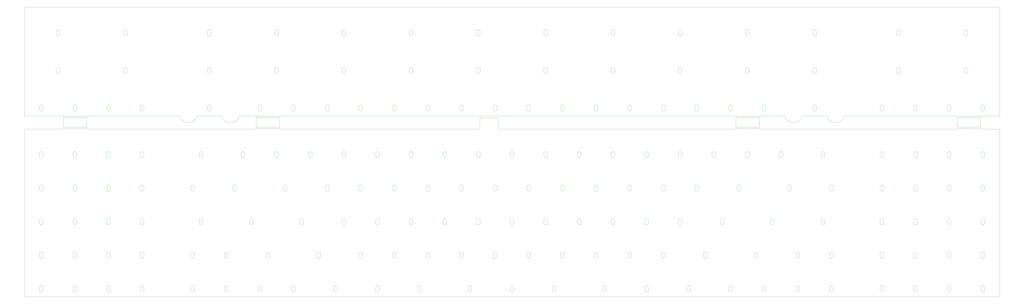
<source format=gbr>
%TF.GenerationSoftware,KiCad,Pcbnew,8.0.5-8.0.5-0~ubuntu20.04.1*%
%TF.CreationDate,2024-11-01T17:59:14+00:00*%
%TF.ProjectId,Hyper7-Evo,48797065-7237-42d4-9576-6f2e6b696361,rev?*%
%TF.SameCoordinates,Original*%
%TF.FileFunction,Profile,NP*%
%FSLAX46Y46*%
G04 Gerber Fmt 4.6, Leading zero omitted, Abs format (unit mm)*
G04 Created by KiCad (PCBNEW 8.0.5-8.0.5-0~ubuntu20.04.1) date 2024-11-01 17:59:14*
%MOMM*%
%LPD*%
G01*
G04 APERTURE LIST*
%TA.AperFunction,Profile*%
%ADD10C,0.050000*%
%TD*%
%TA.AperFunction,Profile*%
%ADD11C,0.076200*%
%TD*%
G04 APERTURE END LIST*
D10*
X574800000Y-117600000D02*
G75*
G02*
X573600000Y-117600000I-600000J0D01*
G01*
X573600000Y-117600000D02*
G75*
G02*
X574800000Y-117600000I600000J0D01*
G01*
X449400000Y-111400000D02*
G75*
G02*
X448200000Y-111400000I-600000J0D01*
G01*
X448200000Y-111400000D02*
G75*
G02*
X449400000Y-111400000I600000J0D01*
G01*
X439800000Y-110750000D02*
X439800000Y-118250000D01*
X169600000Y-111400000D02*
G75*
G02*
X168400000Y-111400000I-600000J0D01*
G01*
X168400000Y-111400000D02*
G75*
G02*
X169600000Y-111400000I600000J0D01*
G01*
X174400000Y-117600000D02*
G75*
G02*
X173200000Y-117600000I-600000J0D01*
G01*
X173200000Y-117600000D02*
G75*
G02*
X174400000Y-117600000I600000J0D01*
G01*
X294800000Y-111800000D02*
X305000000Y-111800000D01*
X441400000Y-111400000D02*
G75*
G02*
X440200000Y-111400000I-600000J0D01*
G01*
X440200000Y-111400000D02*
G75*
G02*
X441400000Y-111400000I600000J0D01*
G01*
X452600000Y-111400000D02*
G75*
G02*
X451400000Y-111400000I-600000J0D01*
G01*
X451400000Y-111400000D02*
G75*
G02*
X452600000Y-111400000I600000J0D01*
G01*
X451000000Y-117600000D02*
G75*
G02*
X449800000Y-117600000I-600000J0D01*
G01*
X449800000Y-117600000D02*
G75*
G02*
X451000000Y-117600000I600000J0D01*
G01*
X294800000Y-111800000D02*
X294800000Y-118250000D01*
X453000000Y-118250000D02*
X453000000Y-110750000D01*
X60400000Y-117600000D02*
G75*
G02*
X59200000Y-117600000I-600000J0D01*
G01*
X59200000Y-117600000D02*
G75*
G02*
X60400000Y-117600000I600000J0D01*
G01*
X168000000Y-118250000D02*
X72000000Y-118250000D01*
X171200000Y-117600000D02*
G75*
G02*
X170000000Y-117600000I-600000J0D01*
G01*
X170000000Y-117600000D02*
G75*
G02*
X171200000Y-117600000I600000J0D01*
G01*
X180800000Y-117600000D02*
G75*
G02*
X179600000Y-117600000I-600000J0D01*
G01*
X179600000Y-117600000D02*
G75*
G02*
X180800000Y-117600000I600000J0D01*
G01*
X570000000Y-111400000D02*
G75*
G02*
X568800000Y-111400000I-600000J0D01*
G01*
X568800000Y-111400000D02*
G75*
G02*
X570000000Y-111400000I600000J0D01*
G01*
X174400000Y-111400000D02*
G75*
G02*
X173200000Y-111400000I-600000J0D01*
G01*
X173200000Y-111400000D02*
G75*
G02*
X174400000Y-111400000I600000J0D01*
G01*
X70000000Y-111400000D02*
G75*
G02*
X68800000Y-111400000I-600000J0D01*
G01*
X68800000Y-111400000D02*
G75*
G02*
X70000000Y-111400000I600000J0D01*
G01*
X134500000Y-110750000D02*
X148500000Y-110750000D01*
X62000000Y-111400000D02*
G75*
G02*
X60800000Y-111400000I-600000J0D01*
G01*
X60800000Y-111400000D02*
G75*
G02*
X62000000Y-111400000I600000J0D01*
G01*
X169600000Y-117600000D02*
G75*
G02*
X168400000Y-117600000I-600000J0D01*
G01*
X168400000Y-117600000D02*
G75*
G02*
X169600000Y-117600000I600000J0D01*
G01*
X578400000Y-110750000D02*
X589250000Y-110750000D01*
X570000000Y-117600000D02*
G75*
G02*
X568800000Y-117600000I-600000J0D01*
G01*
X568800000Y-117600000D02*
G75*
G02*
X570000000Y-117600000I600000J0D01*
G01*
X71600000Y-117600000D02*
G75*
G02*
X70400000Y-117600000I-600000J0D01*
G01*
X70400000Y-117600000D02*
G75*
G02*
X71600000Y-117600000I600000J0D01*
G01*
X565200000Y-118250000D02*
X453000000Y-118250000D01*
X72000000Y-110750000D02*
X124500000Y-110750000D01*
X172800000Y-117600000D02*
G75*
G02*
X171600000Y-117600000I-600000J0D01*
G01*
X171600000Y-117600000D02*
G75*
G02*
X172800000Y-117600000I600000J0D01*
G01*
X58800000Y-118250000D02*
X36750000Y-118250000D01*
X181200000Y-118250000D02*
X181200000Y-110750000D01*
X446200000Y-111400000D02*
G75*
G02*
X445000000Y-111400000I-600000J0D01*
G01*
X445000000Y-111400000D02*
G75*
G02*
X446200000Y-111400000I600000J0D01*
G01*
X451000000Y-111400000D02*
G75*
G02*
X449800000Y-111400000I-600000J0D01*
G01*
X449800000Y-111400000D02*
G75*
G02*
X451000000Y-111400000I600000J0D01*
G01*
X573200000Y-111400000D02*
G75*
G02*
X572000000Y-111400000I-600000J0D01*
G01*
X572000000Y-111400000D02*
G75*
G02*
X573200000Y-111400000I600000J0D01*
G01*
X66800000Y-117600000D02*
G75*
G02*
X65600000Y-117600000I-600000J0D01*
G01*
X65600000Y-117600000D02*
G75*
G02*
X66800000Y-117600000I600000J0D01*
G01*
X62000000Y-117600000D02*
G75*
G02*
X60800000Y-117600000I-600000J0D01*
G01*
X60800000Y-117600000D02*
G75*
G02*
X62000000Y-117600000I600000J0D01*
G01*
X66800000Y-111400000D02*
G75*
G02*
X65600000Y-111400000I-600000J0D01*
G01*
X65600000Y-111400000D02*
G75*
G02*
X66800000Y-111400000I600000J0D01*
G01*
X578000000Y-111400000D02*
G75*
G02*
X576800000Y-111400000I-600000J0D01*
G01*
X576800000Y-111400000D02*
G75*
G02*
X578000000Y-111400000I600000J0D01*
G01*
X179200000Y-111400000D02*
G75*
G02*
X178000000Y-111400000I-600000J0D01*
G01*
X178000000Y-111400000D02*
G75*
G02*
X179200000Y-111400000I600000J0D01*
G01*
X574800000Y-111400000D02*
G75*
G02*
X573600000Y-111400000I-600000J0D01*
G01*
X573600000Y-111400000D02*
G75*
G02*
X574800000Y-111400000I600000J0D01*
G01*
X180800000Y-111400000D02*
G75*
G02*
X179600000Y-111400000I-600000J0D01*
G01*
X179600000Y-111400000D02*
G75*
G02*
X180800000Y-111400000I600000J0D01*
G01*
X172800000Y-111400000D02*
G75*
G02*
X171600000Y-111400000I-600000J0D01*
G01*
X171600000Y-111400000D02*
G75*
G02*
X172800000Y-111400000I600000J0D01*
G01*
X441400000Y-117600000D02*
G75*
G02*
X440200000Y-117600000I-600000J0D01*
G01*
X440200000Y-117600000D02*
G75*
G02*
X441400000Y-117600000I600000J0D01*
G01*
X179200000Y-117600000D02*
G75*
G02*
X178000000Y-117600000I-600000J0D01*
G01*
X178000000Y-117600000D02*
G75*
G02*
X179200000Y-117600000I600000J0D01*
G01*
X449400000Y-117600000D02*
G75*
G02*
X448200000Y-117600000I-600000J0D01*
G01*
X448200000Y-117600000D02*
G75*
G02*
X449400000Y-117600000I600000J0D01*
G01*
X568400000Y-117600000D02*
G75*
G02*
X567200000Y-117600000I-600000J0D01*
G01*
X567200000Y-117600000D02*
G75*
G02*
X568400000Y-117600000I600000J0D01*
G01*
X452600000Y-117600000D02*
G75*
G02*
X451400000Y-117600000I-600000J0D01*
G01*
X451400000Y-117600000D02*
G75*
G02*
X452600000Y-117600000I600000J0D01*
G01*
X566800000Y-117600000D02*
G75*
G02*
X565600000Y-117600000I-600000J0D01*
G01*
X565600000Y-117600000D02*
G75*
G02*
X566800000Y-117600000I600000J0D01*
G01*
X171200000Y-111400000D02*
G75*
G02*
X170000000Y-111400000I-600000J0D01*
G01*
X170000000Y-111400000D02*
G75*
G02*
X171200000Y-111400000I600000J0D01*
G01*
X447800000Y-111400000D02*
G75*
G02*
X446600000Y-111400000I-600000J0D01*
G01*
X446600000Y-111400000D02*
G75*
G02*
X447800000Y-111400000I600000J0D01*
G01*
X571600000Y-111400000D02*
G75*
G02*
X570400000Y-111400000I-600000J0D01*
G01*
X570400000Y-111400000D02*
G75*
G02*
X571600000Y-111400000I600000J0D01*
G01*
X439800000Y-118250000D02*
X305000000Y-118250000D01*
X158500000Y-110750000D02*
X168000000Y-110750000D01*
X501250000Y-110750000D02*
X565200000Y-110750000D01*
X589250000Y-118250000D02*
X578400000Y-118250000D01*
X576400000Y-111400000D02*
G75*
G02*
X575200000Y-111400000I-600000J0D01*
G01*
X575200000Y-111400000D02*
G75*
G02*
X576400000Y-111400000I600000J0D01*
G01*
X36750000Y-110750000D02*
X36750000Y-49000000D01*
X443000000Y-111400000D02*
G75*
G02*
X441800000Y-111400000I-600000J0D01*
G01*
X441800000Y-111400000D02*
G75*
G02*
X443000000Y-111400000I600000J0D01*
G01*
X305000000Y-111800000D02*
X305000000Y-118250000D01*
X453000000Y-110750000D02*
X467500000Y-110750000D01*
X68400000Y-111400000D02*
G75*
G02*
X67200000Y-111400000I-600000J0D01*
G01*
X67200000Y-111400000D02*
G75*
G02*
X68400000Y-111400000I600000J0D01*
G01*
X589250000Y-110750000D02*
X589250000Y-49000000D01*
X177600000Y-111400000D02*
G75*
G02*
X176400000Y-111400000I-600000J0D01*
G01*
X176400000Y-111400000D02*
G75*
G02*
X177600000Y-111400000I600000J0D01*
G01*
X63600000Y-117600000D02*
G75*
G02*
X62400000Y-117600000I-600000J0D01*
G01*
X62400000Y-117600000D02*
G75*
G02*
X63600000Y-117600000I600000J0D01*
G01*
X177600000Y-117600000D02*
G75*
G02*
X176400000Y-117600000I-600000J0D01*
G01*
X176400000Y-117600000D02*
G75*
G02*
X177600000Y-117600000I600000J0D01*
G01*
X168000000Y-110750000D02*
X168000000Y-118250000D01*
X568400000Y-111400000D02*
G75*
G02*
X567200000Y-111400000I-600000J0D01*
G01*
X567200000Y-111400000D02*
G75*
G02*
X568400000Y-111400000I600000J0D01*
G01*
X63600000Y-111400000D02*
G75*
G02*
X62400000Y-111400000I-600000J0D01*
G01*
X62400000Y-111400000D02*
G75*
G02*
X63600000Y-111400000I600000J0D01*
G01*
X72000000Y-118250000D02*
X72000000Y-110750000D01*
X578000000Y-117600000D02*
G75*
G02*
X576800000Y-117600000I-600000J0D01*
G01*
X576800000Y-117600000D02*
G75*
G02*
X578000000Y-117600000I600000J0D01*
G01*
X36750000Y-213500000D02*
X589250000Y-213500000D01*
X571600000Y-117600000D02*
G75*
G02*
X570400000Y-117600000I-600000J0D01*
G01*
X570400000Y-117600000D02*
G75*
G02*
X571600000Y-117600000I600000J0D01*
G01*
X58800000Y-110750000D02*
X58800000Y-118250000D01*
X68400000Y-117600000D02*
G75*
G02*
X67200000Y-117600000I-600000J0D01*
G01*
X67200000Y-117600000D02*
G75*
G02*
X68400000Y-117600000I600000J0D01*
G01*
X578400000Y-118250000D02*
X578400000Y-110750000D01*
X443000000Y-117600000D02*
G75*
G02*
X441800000Y-117600000I-600000J0D01*
G01*
X441800000Y-117600000D02*
G75*
G02*
X443000000Y-117600000I600000J0D01*
G01*
X477500000Y-110750000D02*
G75*
G02*
X467500000Y-110750000I-5000000J1250000D01*
G01*
X446200000Y-117600000D02*
G75*
G02*
X445000000Y-117600000I-600000J0D01*
G01*
X445000000Y-117600000D02*
G75*
G02*
X446200000Y-117600000I600000J0D01*
G01*
X447800000Y-117600000D02*
G75*
G02*
X446600000Y-117600000I-600000J0D01*
G01*
X446600000Y-117600000D02*
G75*
G02*
X447800000Y-117600000I600000J0D01*
G01*
X477500000Y-110750000D02*
X491250000Y-110750000D01*
X70000000Y-117600000D02*
G75*
G02*
X68800000Y-117600000I-600000J0D01*
G01*
X68800000Y-117600000D02*
G75*
G02*
X70000000Y-117600000I600000J0D01*
G01*
X589250000Y-213500000D02*
X589250000Y-118250000D01*
X573200000Y-117600000D02*
G75*
G02*
X572000000Y-117600000I-600000J0D01*
G01*
X572000000Y-117600000D02*
G75*
G02*
X573200000Y-117600000I600000J0D01*
G01*
X565200000Y-110750000D02*
X565200000Y-118250000D01*
X576400000Y-117600000D02*
G75*
G02*
X575200000Y-117600000I-600000J0D01*
G01*
X575200000Y-117600000D02*
G75*
G02*
X576400000Y-117600000I600000J0D01*
G01*
X36750000Y-118250000D02*
X36750000Y-213500000D01*
X566800000Y-111400000D02*
G75*
G02*
X565600000Y-111400000I-600000J0D01*
G01*
X565600000Y-111400000D02*
G75*
G02*
X566800000Y-111400000I600000J0D01*
G01*
X294800000Y-118250000D02*
X181200000Y-118250000D01*
X65200000Y-111400000D02*
G75*
G02*
X64000000Y-111400000I-600000J0D01*
G01*
X64000000Y-111400000D02*
G75*
G02*
X65200000Y-111400000I600000J0D01*
G01*
X60400000Y-111400000D02*
G75*
G02*
X59200000Y-111400000I-600000J0D01*
G01*
X59200000Y-111400000D02*
G75*
G02*
X60400000Y-111400000I600000J0D01*
G01*
X176000000Y-111400000D02*
G75*
G02*
X174800000Y-111400000I-600000J0D01*
G01*
X174800000Y-111400000D02*
G75*
G02*
X176000000Y-111400000I600000J0D01*
G01*
X36750000Y-110750000D02*
X58800000Y-110750000D01*
X589250000Y-49000000D02*
X36750000Y-49000000D01*
X134500000Y-110750000D02*
G75*
G02*
X124500000Y-110750000I-5000000J1250000D01*
G01*
X65200000Y-117600000D02*
G75*
G02*
X64000000Y-117600000I-600000J0D01*
G01*
X64000000Y-117600000D02*
G75*
G02*
X65200000Y-117600000I600000J0D01*
G01*
X176000000Y-117600000D02*
G75*
G02*
X174800000Y-117600000I-600000J0D01*
G01*
X174800000Y-117600000D02*
G75*
G02*
X176000000Y-117600000I600000J0D01*
G01*
X501250000Y-110750000D02*
G75*
G02*
X491250000Y-110750000I-5000000J1250000D01*
G01*
X71600000Y-111400000D02*
G75*
G02*
X70400000Y-111400000I-600000J0D01*
G01*
X70400000Y-111400000D02*
G75*
G02*
X71600000Y-111400000I600000J0D01*
G01*
X158500000Y-110750000D02*
G75*
G02*
X148500000Y-110750000I-5000000J1250000D01*
G01*
X181200000Y-110750000D02*
X439800000Y-110750000D01*
X444600000Y-117600000D02*
G75*
G02*
X443400000Y-117600000I-600000J0D01*
G01*
X443400000Y-117600000D02*
G75*
G02*
X444600000Y-117600000I600000J0D01*
G01*
X444600000Y-111400000D02*
G75*
G02*
X443400000Y-111400000I-600000J0D01*
G01*
X443400000Y-111400000D02*
G75*
G02*
X444600000Y-111400000I600000J0D01*
G01*
D11*
%TO.C,LED27*%
X531009000Y-84178000D02*
X531009000Y-85702000D01*
X533041000Y-84178000D02*
X533041000Y-85702000D01*
X531009000Y-84178000D02*
G75*
G02*
X533041000Y-84178000I1016000J0D01*
G01*
X533041000Y-85702000D02*
G75*
G02*
X531009000Y-85702000I-1016000J0D01*
G01*
%TO.C,LED166*%
X188109000Y-208238000D02*
X188109000Y-209762000D01*
X190141000Y-208238000D02*
X190141000Y-209762000D01*
X188109000Y-208238000D02*
G75*
G02*
X190141000Y-208238000I1016000J0D01*
G01*
X190141000Y-209762000D02*
G75*
G02*
X188109000Y-209762000I-1016000J0D01*
G01*
%TO.C,LED86*%
X130959000Y-151088000D02*
X130959000Y-152612000D01*
X132991000Y-151088000D02*
X132991000Y-152612000D01*
X130959000Y-151088000D02*
G75*
G02*
X132991000Y-151088000I1016000J0D01*
G01*
X132991000Y-152612000D02*
G75*
G02*
X130959000Y-152612000I-1016000J0D01*
G01*
%TO.C,LED57*%
X83334000Y-132038000D02*
X83334000Y-133562000D01*
X85366000Y-132038000D02*
X85366000Y-133562000D01*
X83334000Y-132038000D02*
G75*
G02*
X85366000Y-132038000I1016000J0D01*
G01*
X85366000Y-133562000D02*
G75*
G02*
X83334000Y-133562000I-1016000J0D01*
G01*
%TO.C,LED182*%
X559584000Y-208238000D02*
X559584000Y-209762000D01*
X561616000Y-208238000D02*
X561616000Y-209762000D01*
X559584000Y-208238000D02*
G75*
G02*
X561616000Y-208238000I1016000J0D01*
G01*
X561616000Y-209762000D02*
G75*
G02*
X559584000Y-209762000I-1016000J0D01*
G01*
%TO.C,LED120*%
X311934000Y-170138000D02*
X311934000Y-171662000D01*
X313966000Y-170138000D02*
X313966000Y-171662000D01*
X311934000Y-170138000D02*
G75*
G02*
X313966000Y-170138000I1016000J0D01*
G01*
X313966000Y-171662000D02*
G75*
G02*
X311934000Y-171662000I-1016000J0D01*
G01*
%TO.C,LED140*%
X202396500Y-189188000D02*
X202396500Y-190712000D01*
X204428500Y-189188000D02*
X204428500Y-190712000D01*
X202396500Y-189188000D02*
G75*
G02*
X204428500Y-189188000I1016000J0D01*
G01*
X204428500Y-190712000D02*
G75*
G02*
X202396500Y-190712000I-1016000J0D01*
G01*
%TO.C,LED114*%
X192871500Y-170138000D02*
X192871500Y-171662000D01*
X194903500Y-170138000D02*
X194903500Y-171662000D01*
X192871500Y-170138000D02*
G75*
G02*
X194903500Y-170138000I1016000J0D01*
G01*
X194903500Y-171662000D02*
G75*
G02*
X192871500Y-171662000I-1016000J0D01*
G01*
%TO.C,LED65*%
X254784000Y-132038000D02*
X254784000Y-133562000D01*
X256816000Y-132038000D02*
X256816000Y-133562000D01*
X254784000Y-132038000D02*
G75*
G02*
X256816000Y-132038000I1016000J0D01*
G01*
X256816000Y-133562000D02*
G75*
G02*
X254784000Y-133562000I-1016000J0D01*
G01*
%TO.C,LED132*%
X578634000Y-170138000D02*
X578634000Y-171662000D01*
X580666000Y-170138000D02*
X580666000Y-171662000D01*
X578634000Y-170138000D02*
G75*
G02*
X580666000Y-170138000I1016000J0D01*
G01*
X580666000Y-171662000D02*
G75*
G02*
X578634000Y-171662000I-1016000J0D01*
G01*
%TO.C,LED55*%
X45234000Y-132038000D02*
X45234000Y-133562000D01*
X47266000Y-132038000D02*
X47266000Y-133562000D01*
X45234000Y-132038000D02*
G75*
G02*
X47266000Y-132038000I1016000J0D01*
G01*
X47266000Y-133562000D02*
G75*
G02*
X45234000Y-133562000I-1016000J0D01*
G01*
%TO.C,LED36*%
X207159000Y-105518000D02*
X207159000Y-107042000D01*
X209191000Y-105518000D02*
X209191000Y-107042000D01*
X207159000Y-105518000D02*
G75*
G02*
X209191000Y-105518000I1016000J0D01*
G01*
X209191000Y-107042000D02*
G75*
G02*
X207159000Y-107042000I-1016000J0D01*
G01*
%TO.C,LED59*%
X135721500Y-132038000D02*
X135721500Y-133562000D01*
X137753500Y-132038000D02*
X137753500Y-133562000D01*
X135721500Y-132038000D02*
G75*
G02*
X137753500Y-132038000I1016000J0D01*
G01*
X137753500Y-133562000D02*
G75*
G02*
X135721500Y-133562000I-1016000J0D01*
G01*
%TO.C,LED168*%
X235734000Y-208238000D02*
X235734000Y-209762000D01*
X237766000Y-208238000D02*
X237766000Y-209762000D01*
X235734000Y-208238000D02*
G75*
G02*
X237766000Y-208238000I1016000J0D01*
G01*
X237766000Y-209762000D02*
G75*
G02*
X235734000Y-209762000I-1016000J0D01*
G01*
%TO.C,LED158*%
X578634000Y-189188000D02*
X578634000Y-190712000D01*
X580666000Y-189188000D02*
X580666000Y-190712000D01*
X578634000Y-189188000D02*
G75*
G02*
X580666000Y-189188000I1016000J0D01*
G01*
X580666000Y-190712000D02*
G75*
G02*
X578634000Y-190712000I-1016000J0D01*
G01*
%TO.C,LED32*%
X102384000Y-105518000D02*
X102384000Y-107042000D01*
X104416000Y-105518000D02*
X104416000Y-107042000D01*
X102384000Y-105518000D02*
G75*
G02*
X104416000Y-105518000I1016000J0D01*
G01*
X104416000Y-107042000D02*
G75*
G02*
X102384000Y-107042000I-1016000J0D01*
G01*
%TO.C,LED92*%
X264309000Y-151088000D02*
X264309000Y-152612000D01*
X266341000Y-151088000D02*
X266341000Y-152612000D01*
X264309000Y-151088000D02*
G75*
G02*
X266341000Y-151088000I1016000J0D01*
G01*
X266341000Y-152612000D02*
G75*
G02*
X264309000Y-152612000I-1016000J0D01*
G01*
%TO.C,LED111*%
X102384000Y-170138000D02*
X102384000Y-171662000D01*
X104416000Y-170138000D02*
X104416000Y-171662000D01*
X102384000Y-170138000D02*
G75*
G02*
X104416000Y-170138000I1016000J0D01*
G01*
X104416000Y-171662000D02*
G75*
G02*
X102384000Y-171662000I-1016000J0D01*
G01*
%TO.C,LED110*%
X83334000Y-170138000D02*
X83334000Y-171662000D01*
X85366000Y-170138000D02*
X85366000Y-171662000D01*
X83334000Y-170138000D02*
G75*
G02*
X85366000Y-170138000I1016000J0D01*
G01*
X85366000Y-171662000D02*
G75*
G02*
X83334000Y-171662000I-1016000J0D01*
G01*
%TO.C,LED89*%
X207159000Y-151088000D02*
X207159000Y-152612000D01*
X209191000Y-151088000D02*
X209191000Y-152612000D01*
X207159000Y-151088000D02*
G75*
G02*
X209191000Y-151088000I1016000J0D01*
G01*
X209191000Y-152612000D02*
G75*
G02*
X207159000Y-152612000I-1016000J0D01*
G01*
%TO.C,LED7*%
X292884000Y-62838000D02*
X292884000Y-64362000D01*
X294916000Y-62838000D02*
X294916000Y-64362000D01*
X292884000Y-62838000D02*
G75*
G02*
X294916000Y-62838000I1016000J0D01*
G01*
X294916000Y-64362000D02*
G75*
G02*
X292884000Y-64362000I-1016000J0D01*
G01*
%TO.C,LED153*%
X473859000Y-189188000D02*
X473859000Y-190712000D01*
X475891000Y-189188000D02*
X475891000Y-190712000D01*
X473859000Y-189188000D02*
G75*
G02*
X475891000Y-189188000I1016000J0D01*
G01*
X475891000Y-190712000D02*
G75*
G02*
X473859000Y-190712000I-1016000J0D01*
G01*
%TO.C,LED67*%
X292884000Y-132038000D02*
X292884000Y-133562000D01*
X294916000Y-132038000D02*
X294916000Y-133562000D01*
X292884000Y-132038000D02*
G75*
G02*
X294916000Y-132038000I1016000J0D01*
G01*
X294916000Y-133562000D02*
G75*
G02*
X292884000Y-133562000I-1016000J0D01*
G01*
%TO.C,LED101*%
X440521500Y-151088000D02*
X440521500Y-152612000D01*
X442553500Y-151088000D02*
X442553500Y-152612000D01*
X440521500Y-151088000D02*
G75*
G02*
X442553500Y-151088000I1016000J0D01*
G01*
X442553500Y-152612000D02*
G75*
G02*
X440521500Y-152612000I-1016000J0D01*
G01*
%TO.C,LED35*%
X188109000Y-105518000D02*
X188109000Y-107042000D01*
X190141000Y-105518000D02*
X190141000Y-107042000D01*
X188109000Y-105518000D02*
G75*
G02*
X190141000Y-105518000I1016000J0D01*
G01*
X190141000Y-107042000D02*
G75*
G02*
X188109000Y-107042000I-1016000J0D01*
G01*
%TO.C,LED70*%
X350034000Y-132038000D02*
X350034000Y-133562000D01*
X352066000Y-132038000D02*
X352066000Y-133562000D01*
X350034000Y-132038000D02*
G75*
G02*
X352066000Y-132038000I1016000J0D01*
G01*
X352066000Y-133562000D02*
G75*
G02*
X350034000Y-133562000I-1016000J0D01*
G01*
%TO.C,LED161*%
X83334000Y-208238000D02*
X83334000Y-209762000D01*
X85366000Y-208238000D02*
X85366000Y-209762000D01*
X83334000Y-208238000D02*
G75*
G02*
X85366000Y-208238000I1016000J0D01*
G01*
X85366000Y-209762000D02*
G75*
G02*
X83334000Y-209762000I-1016000J0D01*
G01*
%TO.C,LED28*%
X569109000Y-84178000D02*
X569109000Y-85702000D01*
X571141000Y-84178000D02*
X571141000Y-85702000D01*
X569109000Y-84178000D02*
G75*
G02*
X571141000Y-84178000I1016000J0D01*
G01*
X571141000Y-85702000D02*
G75*
G02*
X569109000Y-85702000I-1016000J0D01*
G01*
%TO.C,LED11*%
X445284000Y-62838000D02*
X445284000Y-64362000D01*
X447316000Y-62838000D02*
X447316000Y-64362000D01*
X445284000Y-62838000D02*
G75*
G02*
X447316000Y-62838000I1016000J0D01*
G01*
X447316000Y-64362000D02*
G75*
G02*
X445284000Y-64362000I-1016000J0D01*
G01*
%TO.C,LED96*%
X340509000Y-151088000D02*
X340509000Y-152612000D01*
X342541000Y-151088000D02*
X342541000Y-152612000D01*
X340509000Y-151088000D02*
G75*
G02*
X342541000Y-151088000I1016000J0D01*
G01*
X342541000Y-152612000D02*
G75*
G02*
X340509000Y-152612000I-1016000J0D01*
G01*
%TO.C,LED135*%
X83334000Y-189188000D02*
X83334000Y-190712000D01*
X85366000Y-189188000D02*
X85366000Y-190712000D01*
X83334000Y-189188000D02*
G75*
G02*
X85366000Y-189188000I1016000J0D01*
G01*
X85366000Y-190712000D02*
G75*
G02*
X83334000Y-190712000I-1016000J0D01*
G01*
%TO.C,LED54*%
X578634000Y-105518000D02*
X578634000Y-107042000D01*
X580666000Y-105518000D02*
X580666000Y-107042000D01*
X578634000Y-105518000D02*
G75*
G02*
X580666000Y-105518000I1016000J0D01*
G01*
X580666000Y-107042000D02*
G75*
G02*
X578634000Y-107042000I-1016000J0D01*
G01*
%TO.C,LED102*%
X469096500Y-151088000D02*
X469096500Y-152612000D01*
X471128500Y-151088000D02*
X471128500Y-152612000D01*
X469096500Y-151088000D02*
G75*
G02*
X471128500Y-151088000I1016000J0D01*
G01*
X471128500Y-152612000D02*
G75*
G02*
X469096500Y-152612000I-1016000J0D01*
G01*
%TO.C,LED24*%
X407184000Y-84178000D02*
X407184000Y-85702000D01*
X409216000Y-84178000D02*
X409216000Y-85702000D01*
X407184000Y-84178000D02*
G75*
G02*
X409216000Y-84178000I1016000J0D01*
G01*
X409216000Y-85702000D02*
G75*
G02*
X407184000Y-85702000I-1016000J0D01*
G01*
%TO.C,LED66*%
X273834000Y-132038000D02*
X273834000Y-133562000D01*
X275866000Y-132038000D02*
X275866000Y-133562000D01*
X273834000Y-132038000D02*
G75*
G02*
X275866000Y-132038000I1016000J0D01*
G01*
X275866000Y-133562000D02*
G75*
G02*
X273834000Y-133562000I-1016000J0D01*
G01*
%TO.C,LED94*%
X302409000Y-151088000D02*
X302409000Y-152612000D01*
X304441000Y-151088000D02*
X304441000Y-152612000D01*
X302409000Y-151088000D02*
G75*
G02*
X304441000Y-151088000I1016000J0D01*
G01*
X304441000Y-152612000D02*
G75*
G02*
X302409000Y-152612000I-1016000J0D01*
G01*
%TO.C,LED31*%
X83334000Y-105518000D02*
X83334000Y-107042000D01*
X85366000Y-105518000D02*
X85366000Y-107042000D01*
X83334000Y-105518000D02*
G75*
G02*
X85366000Y-105518000I1016000J0D01*
G01*
X85366000Y-107042000D02*
G75*
G02*
X83334000Y-107042000I-1016000J0D01*
G01*
%TO.C,LED162*%
X102384000Y-208238000D02*
X102384000Y-209762000D01*
X104416000Y-208238000D02*
X104416000Y-209762000D01*
X102384000Y-208238000D02*
G75*
G02*
X104416000Y-208238000I1016000J0D01*
G01*
X104416000Y-209762000D02*
G75*
G02*
X102384000Y-209762000I-1016000J0D01*
G01*
%TO.C,LED175*%
X411946500Y-208238000D02*
X411946500Y-209762000D01*
X413978500Y-208238000D02*
X413978500Y-209762000D01*
X411946500Y-208238000D02*
G75*
G02*
X413978500Y-208238000I1016000J0D01*
G01*
X413978500Y-209762000D02*
G75*
G02*
X411946500Y-209762000I-1016000J0D01*
G01*
%TO.C,LED174*%
X388134000Y-208238000D02*
X388134000Y-209762000D01*
X390166000Y-208238000D02*
X390166000Y-209762000D01*
X388134000Y-208238000D02*
G75*
G02*
X390166000Y-208238000I1016000J0D01*
G01*
X390166000Y-209762000D02*
G75*
G02*
X388134000Y-209762000I-1016000J0D01*
G01*
%TO.C,LED136*%
X102384000Y-189188000D02*
X102384000Y-190712000D01*
X104416000Y-189188000D02*
X104416000Y-190712000D01*
X102384000Y-189188000D02*
G75*
G02*
X104416000Y-189188000I1016000J0D01*
G01*
X104416000Y-190712000D02*
G75*
G02*
X102384000Y-190712000I-1016000J0D01*
G01*
%TO.C,LED3*%
X140484000Y-62838000D02*
X140484000Y-64362000D01*
X142516000Y-62838000D02*
X142516000Y-64362000D01*
X140484000Y-62838000D02*
G75*
G02*
X142516000Y-62838000I1016000J0D01*
G01*
X142516000Y-64362000D02*
G75*
G02*
X140484000Y-64362000I-1016000J0D01*
G01*
%TO.C,LED179*%
X492909000Y-208238000D02*
X492909000Y-209762000D01*
X494941000Y-208238000D02*
X494941000Y-209762000D01*
X492909000Y-208238000D02*
G75*
G02*
X494941000Y-208238000I1016000J0D01*
G01*
X494941000Y-209762000D02*
G75*
G02*
X492909000Y-209762000I-1016000J0D01*
G01*
%TO.C,LED164*%
X150009000Y-208238000D02*
X150009000Y-209762000D01*
X152041000Y-208238000D02*
X152041000Y-209762000D01*
X150009000Y-208238000D02*
G75*
G02*
X152041000Y-208238000I1016000J0D01*
G01*
X152041000Y-209762000D02*
G75*
G02*
X150009000Y-209762000I-1016000J0D01*
G01*
%TO.C,LED151*%
X421471500Y-189188000D02*
X421471500Y-190712000D01*
X423503500Y-189188000D02*
X423503500Y-190712000D01*
X421471500Y-189188000D02*
G75*
G02*
X423503500Y-189188000I1016000J0D01*
G01*
X423503500Y-190712000D02*
G75*
G02*
X421471500Y-190712000I-1016000J0D01*
G01*
%TO.C,LED63*%
X216684000Y-132038000D02*
X216684000Y-133562000D01*
X218716000Y-132038000D02*
X218716000Y-133562000D01*
X216684000Y-132038000D02*
G75*
G02*
X218716000Y-132038000I1016000J0D01*
G01*
X218716000Y-133562000D02*
G75*
G02*
X216684000Y-133562000I-1016000J0D01*
G01*
%TO.C,LED137*%
X130959000Y-189188000D02*
X130959000Y-190712000D01*
X132991000Y-189188000D02*
X132991000Y-190712000D01*
X130959000Y-189188000D02*
G75*
G02*
X132991000Y-189188000I1016000J0D01*
G01*
X132991000Y-190712000D02*
G75*
G02*
X130959000Y-190712000I-1016000J0D01*
G01*
%TO.C,LED97*%
X359559000Y-151088000D02*
X359559000Y-152612000D01*
X361591000Y-151088000D02*
X361591000Y-152612000D01*
X359559000Y-151088000D02*
G75*
G02*
X361591000Y-151088000I1016000J0D01*
G01*
X361591000Y-152612000D02*
G75*
G02*
X359559000Y-152612000I-1016000J0D01*
G01*
%TO.C,LED88*%
X183346500Y-151088000D02*
X183346500Y-152612000D01*
X185378500Y-151088000D02*
X185378500Y-152612000D01*
X183346500Y-151088000D02*
G75*
G02*
X185378500Y-151088000I1016000J0D01*
G01*
X185378500Y-152612000D02*
G75*
G02*
X183346500Y-152612000I-1016000J0D01*
G01*
%TO.C,LED56*%
X64284000Y-132038000D02*
X64284000Y-133562000D01*
X66316000Y-132038000D02*
X66316000Y-133562000D01*
X64284000Y-132038000D02*
G75*
G02*
X66316000Y-132038000I1016000J0D01*
G01*
X66316000Y-133562000D02*
G75*
G02*
X64284000Y-133562000I-1016000J0D01*
G01*
%TO.C,LED39*%
X264309000Y-105518000D02*
X264309000Y-107042000D01*
X266341000Y-105518000D02*
X266341000Y-107042000D01*
X264309000Y-105518000D02*
G75*
G02*
X266341000Y-105518000I1016000J0D01*
G01*
X266341000Y-107042000D02*
G75*
G02*
X264309000Y-107042000I-1016000J0D01*
G01*
%TO.C,LED143*%
X264309000Y-189188000D02*
X264309000Y-190712000D01*
X266341000Y-189188000D02*
X266341000Y-190712000D01*
X264309000Y-189188000D02*
G75*
G02*
X266341000Y-189188000I1016000J0D01*
G01*
X266341000Y-190712000D02*
G75*
G02*
X264309000Y-190712000I-1016000J0D01*
G01*
%TO.C,LED149*%
X378609000Y-189188000D02*
X378609000Y-190712000D01*
X380641000Y-189188000D02*
X380641000Y-190712000D01*
X378609000Y-189188000D02*
G75*
G02*
X380641000Y-189188000I1016000J0D01*
G01*
X380641000Y-190712000D02*
G75*
G02*
X378609000Y-190712000I-1016000J0D01*
G01*
%TO.C,LED50*%
X483384000Y-105518000D02*
X483384000Y-107042000D01*
X485416000Y-105518000D02*
X485416000Y-107042000D01*
X483384000Y-105518000D02*
G75*
G02*
X485416000Y-105518000I1016000J0D01*
G01*
X485416000Y-107042000D02*
G75*
G02*
X483384000Y-107042000I-1016000J0D01*
G01*
%TO.C,LED139*%
X173821500Y-189188000D02*
X173821500Y-190712000D01*
X175853500Y-189188000D02*
X175853500Y-190712000D01*
X173821500Y-189188000D02*
G75*
G02*
X175853500Y-189188000I1016000J0D01*
G01*
X175853500Y-190712000D02*
G75*
G02*
X173821500Y-190712000I-1016000J0D01*
G01*
%TO.C,LED8*%
X330984000Y-62838000D02*
X330984000Y-64362000D01*
X333016000Y-62838000D02*
X333016000Y-64362000D01*
X330984000Y-62838000D02*
G75*
G02*
X333016000Y-62838000I1016000J0D01*
G01*
X333016000Y-64362000D02*
G75*
G02*
X330984000Y-64362000I-1016000J0D01*
G01*
%TO.C,LED4*%
X178584000Y-62838000D02*
X178584000Y-64362000D01*
X180616000Y-62838000D02*
X180616000Y-64362000D01*
X178584000Y-62838000D02*
G75*
G02*
X180616000Y-62838000I1016000J0D01*
G01*
X180616000Y-64362000D02*
G75*
G02*
X178584000Y-64362000I-1016000J0D01*
G01*
%TO.C,LED117*%
X254784000Y-170138000D02*
X254784000Y-171662000D01*
X256816000Y-170138000D02*
X256816000Y-171662000D01*
X254784000Y-170138000D02*
G75*
G02*
X256816000Y-170138000I1016000J0D01*
G01*
X256816000Y-171662000D02*
G75*
G02*
X254784000Y-171662000I-1016000J0D01*
G01*
%TO.C,LED170*%
X288121500Y-208238000D02*
X288121500Y-209762000D01*
X290153500Y-208238000D02*
X290153500Y-209762000D01*
X288121500Y-208238000D02*
G75*
G02*
X290153500Y-208238000I1016000J0D01*
G01*
X290153500Y-209762000D02*
G75*
G02*
X288121500Y-209762000I-1016000J0D01*
G01*
%TO.C,LED123*%
X369084000Y-170138000D02*
X369084000Y-171662000D01*
X371116000Y-170138000D02*
X371116000Y-171662000D01*
X369084000Y-170138000D02*
G75*
G02*
X371116000Y-170138000I1016000J0D01*
G01*
X371116000Y-171662000D02*
G75*
G02*
X369084000Y-171662000I-1016000J0D01*
G01*
%TO.C,LED95*%
X321459000Y-151088000D02*
X321459000Y-152612000D01*
X323491000Y-151088000D02*
X323491000Y-152612000D01*
X321459000Y-151088000D02*
G75*
G02*
X323491000Y-151088000I1016000J0D01*
G01*
X323491000Y-152612000D02*
G75*
G02*
X321459000Y-152612000I-1016000J0D01*
G01*
%TO.C,LED58*%
X102384000Y-132038000D02*
X102384000Y-133562000D01*
X104416000Y-132038000D02*
X104416000Y-133562000D01*
X102384000Y-132038000D02*
G75*
G02*
X104416000Y-132038000I1016000J0D01*
G01*
X104416000Y-133562000D02*
G75*
G02*
X102384000Y-133562000I-1016000J0D01*
G01*
%TO.C,LED52*%
X540534000Y-105518000D02*
X540534000Y-107042000D01*
X542566000Y-105518000D02*
X542566000Y-107042000D01*
X540534000Y-105518000D02*
G75*
G02*
X542566000Y-105518000I1016000J0D01*
G01*
X542566000Y-107042000D02*
G75*
G02*
X540534000Y-107042000I-1016000J0D01*
G01*
%TO.C,LED119*%
X292884000Y-170138000D02*
X292884000Y-171662000D01*
X294916000Y-170138000D02*
X294916000Y-171662000D01*
X292884000Y-170138000D02*
G75*
G02*
X294916000Y-170138000I1016000J0D01*
G01*
X294916000Y-171662000D02*
G75*
G02*
X292884000Y-171662000I-1016000J0D01*
G01*
%TO.C,LED160*%
X64284000Y-208238000D02*
X64284000Y-209762000D01*
X66316000Y-208238000D02*
X66316000Y-209762000D01*
X64284000Y-208238000D02*
G75*
G02*
X66316000Y-208238000I1016000J0D01*
G01*
X66316000Y-209762000D02*
G75*
G02*
X64284000Y-209762000I-1016000J0D01*
G01*
%TO.C,LED108*%
X45234000Y-170138000D02*
X45234000Y-171662000D01*
X47266000Y-170138000D02*
X47266000Y-171662000D01*
X45234000Y-170138000D02*
G75*
G02*
X47266000Y-170138000I1016000J0D01*
G01*
X47266000Y-171662000D02*
G75*
G02*
X45234000Y-171662000I-1016000J0D01*
G01*
%TO.C,LED61*%
X178584000Y-132038000D02*
X178584000Y-133562000D01*
X180616000Y-132038000D02*
X180616000Y-133562000D01*
X178584000Y-132038000D02*
G75*
G02*
X180616000Y-132038000I1016000J0D01*
G01*
X180616000Y-133562000D02*
G75*
G02*
X178584000Y-133562000I-1016000J0D01*
G01*
%TO.C,LED141*%
X226209000Y-189188000D02*
X226209000Y-190712000D01*
X228241000Y-189188000D02*
X228241000Y-190712000D01*
X226209000Y-189188000D02*
G75*
G02*
X228241000Y-189188000I1016000J0D01*
G01*
X228241000Y-190712000D02*
G75*
G02*
X226209000Y-190712000I-1016000J0D01*
G01*
%TO.C,LED78*%
X521484000Y-132038000D02*
X521484000Y-133562000D01*
X523516000Y-132038000D02*
X523516000Y-133562000D01*
X521484000Y-132038000D02*
G75*
G02*
X523516000Y-132038000I1016000J0D01*
G01*
X523516000Y-133562000D02*
G75*
G02*
X521484000Y-133562000I-1016000J0D01*
G01*
%TO.C,LED121*%
X330984000Y-170138000D02*
X330984000Y-171662000D01*
X333016000Y-170138000D02*
X333016000Y-171662000D01*
X330984000Y-170138000D02*
G75*
G02*
X333016000Y-170138000I1016000J0D01*
G01*
X333016000Y-171662000D02*
G75*
G02*
X330984000Y-171662000I-1016000J0D01*
G01*
%TO.C,LED122*%
X350034000Y-170138000D02*
X350034000Y-171662000D01*
X352066000Y-170138000D02*
X352066000Y-171662000D01*
X350034000Y-170138000D02*
G75*
G02*
X352066000Y-170138000I1016000J0D01*
G01*
X352066000Y-171662000D02*
G75*
G02*
X350034000Y-171662000I-1016000J0D01*
G01*
%TO.C,LED155*%
X521484000Y-189188000D02*
X521484000Y-190712000D01*
X523516000Y-189188000D02*
X523516000Y-190712000D01*
X521484000Y-189188000D02*
G75*
G02*
X523516000Y-189188000I1016000J0D01*
G01*
X523516000Y-190712000D02*
G75*
G02*
X521484000Y-190712000I-1016000J0D01*
G01*
%TO.C,LED84*%
X83334000Y-151088000D02*
X83334000Y-152612000D01*
X85366000Y-151088000D02*
X85366000Y-152612000D01*
X83334000Y-151088000D02*
G75*
G02*
X85366000Y-151088000I1016000J0D01*
G01*
X85366000Y-152612000D02*
G75*
G02*
X83334000Y-152612000I-1016000J0D01*
G01*
%TO.C,LED2*%
X92859000Y-62838000D02*
X92859000Y-64362000D01*
X94891000Y-62838000D02*
X94891000Y-64362000D01*
X92859000Y-62838000D02*
G75*
G02*
X94891000Y-62838000I1016000J0D01*
G01*
X94891000Y-64362000D02*
G75*
G02*
X92859000Y-64362000I-1016000J0D01*
G01*
%TO.C,LED147*%
X340509000Y-189188000D02*
X340509000Y-190712000D01*
X342541000Y-189188000D02*
X342541000Y-190712000D01*
X340509000Y-189188000D02*
G75*
G02*
X342541000Y-189188000I1016000J0D01*
G01*
X342541000Y-190712000D02*
G75*
G02*
X340509000Y-190712000I-1016000J0D01*
G01*
%TO.C,LED74*%
X426234000Y-132038000D02*
X426234000Y-133562000D01*
X428266000Y-132038000D02*
X428266000Y-133562000D01*
X426234000Y-132038000D02*
G75*
G02*
X428266000Y-132038000I1016000J0D01*
G01*
X428266000Y-133562000D02*
G75*
G02*
X426234000Y-133562000I-1016000J0D01*
G01*
%TO.C,LED23*%
X369084000Y-84178000D02*
X369084000Y-85702000D01*
X371116000Y-84178000D02*
X371116000Y-85702000D01*
X369084000Y-84178000D02*
G75*
G02*
X371116000Y-84178000I1016000J0D01*
G01*
X371116000Y-85702000D02*
G75*
G02*
X369084000Y-85702000I-1016000J0D01*
G01*
%TO.C,LED80*%
X559584000Y-132038000D02*
X559584000Y-133562000D01*
X561616000Y-132038000D02*
X561616000Y-133562000D01*
X559584000Y-132038000D02*
G75*
G02*
X561616000Y-132038000I1016000J0D01*
G01*
X561616000Y-133562000D02*
G75*
G02*
X559584000Y-133562000I-1016000J0D01*
G01*
%TO.C,LED14*%
X569109000Y-62838000D02*
X569109000Y-64362000D01*
X571141000Y-62838000D02*
X571141000Y-64362000D01*
X569109000Y-62838000D02*
G75*
G02*
X571141000Y-62838000I1016000J0D01*
G01*
X571141000Y-64362000D02*
G75*
G02*
X569109000Y-64362000I-1016000J0D01*
G01*
%TO.C,LED13*%
X531009000Y-62838000D02*
X531009000Y-64362000D01*
X533041000Y-62838000D02*
X533041000Y-64362000D01*
X531009000Y-62838000D02*
G75*
G02*
X533041000Y-62838000I1016000J0D01*
G01*
X533041000Y-64362000D02*
G75*
G02*
X531009000Y-64362000I-1016000J0D01*
G01*
%TO.C,LED116*%
X235734000Y-170138000D02*
X235734000Y-171662000D01*
X237766000Y-170138000D02*
X237766000Y-171662000D01*
X235734000Y-170138000D02*
G75*
G02*
X237766000Y-170138000I1016000J0D01*
G01*
X237766000Y-171662000D02*
G75*
G02*
X235734000Y-171662000I-1016000J0D01*
G01*
%TO.C,LED157*%
X559584000Y-189188000D02*
X559584000Y-190712000D01*
X561616000Y-189188000D02*
X561616000Y-190712000D01*
X559584000Y-189188000D02*
G75*
G02*
X561616000Y-189188000I1016000J0D01*
G01*
X561616000Y-190712000D02*
G75*
G02*
X559584000Y-190712000I-1016000J0D01*
G01*
%TO.C,LED51*%
X521484000Y-105518000D02*
X521484000Y-107042000D01*
X523516000Y-105518000D02*
X523516000Y-107042000D01*
X521484000Y-105518000D02*
G75*
G02*
X523516000Y-105518000I1016000J0D01*
G01*
X523516000Y-107042000D02*
G75*
G02*
X521484000Y-107042000I-1016000J0D01*
G01*
%TO.C,LED176*%
X435759000Y-208238000D02*
X435759000Y-209762000D01*
X437791000Y-208238000D02*
X437791000Y-209762000D01*
X435759000Y-208238000D02*
G75*
G02*
X437791000Y-208238000I1016000J0D01*
G01*
X437791000Y-209762000D02*
G75*
G02*
X435759000Y-209762000I-1016000J0D01*
G01*
%TO.C,LED165*%
X169059000Y-208238000D02*
X169059000Y-209762000D01*
X171091000Y-208238000D02*
X171091000Y-209762000D01*
X169059000Y-208238000D02*
G75*
G02*
X171091000Y-208238000I1016000J0D01*
G01*
X171091000Y-209762000D02*
G75*
G02*
X169059000Y-209762000I-1016000J0D01*
G01*
%TO.C,LED79*%
X540534000Y-132038000D02*
X540534000Y-133562000D01*
X542566000Y-132038000D02*
X542566000Y-133562000D01*
X540534000Y-132038000D02*
G75*
G02*
X542566000Y-132038000I1016000J0D01*
G01*
X542566000Y-133562000D02*
G75*
G02*
X540534000Y-133562000I-1016000J0D01*
G01*
%TO.C,LED60*%
X159534000Y-132038000D02*
X159534000Y-133562000D01*
X161566000Y-132038000D02*
X161566000Y-133562000D01*
X159534000Y-132038000D02*
G75*
G02*
X161566000Y-132038000I1016000J0D01*
G01*
X161566000Y-133562000D02*
G75*
G02*
X159534000Y-133562000I-1016000J0D01*
G01*
%TO.C,LED107*%
X578634000Y-151088000D02*
X578634000Y-152612000D01*
X580666000Y-151088000D02*
X580666000Y-152612000D01*
X578634000Y-151088000D02*
G75*
G02*
X580666000Y-151088000I1016000J0D01*
G01*
X580666000Y-152612000D02*
G75*
G02*
X578634000Y-152612000I-1016000J0D01*
G01*
%TO.C,LED68*%
X311934000Y-132038000D02*
X311934000Y-133562000D01*
X313966000Y-132038000D02*
X313966000Y-133562000D01*
X311934000Y-132038000D02*
G75*
G02*
X313966000Y-132038000I1016000J0D01*
G01*
X313966000Y-133562000D02*
G75*
G02*
X311934000Y-133562000I-1016000J0D01*
G01*
%TO.C,LED98*%
X378609000Y-151088000D02*
X378609000Y-152612000D01*
X380641000Y-151088000D02*
X380641000Y-152612000D01*
X378609000Y-151088000D02*
G75*
G02*
X380641000Y-151088000I1016000J0D01*
G01*
X380641000Y-152612000D02*
G75*
G02*
X378609000Y-152612000I-1016000J0D01*
G01*
%TO.C,LED1*%
X54759000Y-62838000D02*
X54759000Y-64362000D01*
X56791000Y-62838000D02*
X56791000Y-64362000D01*
X54759000Y-62838000D02*
G75*
G02*
X56791000Y-62838000I1016000J0D01*
G01*
X56791000Y-64362000D02*
G75*
G02*
X54759000Y-64362000I-1016000J0D01*
G01*
%TO.C,LED17*%
X140484000Y-84178000D02*
X140484000Y-85702000D01*
X142516000Y-84178000D02*
X142516000Y-85702000D01*
X140484000Y-84178000D02*
G75*
G02*
X142516000Y-84178000I1016000J0D01*
G01*
X142516000Y-85702000D02*
G75*
G02*
X140484000Y-85702000I-1016000J0D01*
G01*
%TO.C,LED77*%
X488146500Y-132038000D02*
X488146500Y-133562000D01*
X490178500Y-132038000D02*
X490178500Y-133562000D01*
X488146500Y-132038000D02*
G75*
G02*
X490178500Y-132038000I1016000J0D01*
G01*
X490178500Y-133562000D02*
G75*
G02*
X488146500Y-133562000I-1016000J0D01*
G01*
%TO.C,LED112*%
X135721500Y-170138000D02*
X135721500Y-171662000D01*
X137753500Y-170138000D02*
X137753500Y-171662000D01*
X135721500Y-170138000D02*
G75*
G02*
X137753500Y-170138000I1016000J0D01*
G01*
X137753500Y-171662000D02*
G75*
G02*
X135721500Y-171662000I-1016000J0D01*
G01*
%TO.C,LED124*%
X388134000Y-170138000D02*
X388134000Y-171662000D01*
X390166000Y-170138000D02*
X390166000Y-171662000D01*
X388134000Y-170138000D02*
G75*
G02*
X390166000Y-170138000I1016000J0D01*
G01*
X390166000Y-171662000D02*
G75*
G02*
X388134000Y-171662000I-1016000J0D01*
G01*
%TO.C,LED130*%
X540534000Y-170138000D02*
X540534000Y-171662000D01*
X542566000Y-170138000D02*
X542566000Y-171662000D01*
X540534000Y-170138000D02*
G75*
G02*
X542566000Y-170138000I1016000J0D01*
G01*
X542566000Y-171662000D02*
G75*
G02*
X540534000Y-171662000I-1016000J0D01*
G01*
%TO.C,LED18*%
X178584000Y-84178000D02*
X178584000Y-85702000D01*
X180616000Y-84178000D02*
X180616000Y-85702000D01*
X178584000Y-84178000D02*
G75*
G02*
X180616000Y-84178000I1016000J0D01*
G01*
X180616000Y-85702000D02*
G75*
G02*
X178584000Y-85702000I-1016000J0D01*
G01*
%TO.C,LED142*%
X245259000Y-189188000D02*
X245259000Y-190712000D01*
X247291000Y-189188000D02*
X247291000Y-190712000D01*
X245259000Y-189188000D02*
G75*
G02*
X247291000Y-189188000I1016000J0D01*
G01*
X247291000Y-190712000D02*
G75*
G02*
X245259000Y-190712000I-1016000J0D01*
G01*
%TO.C,LED85*%
X102384000Y-151088000D02*
X102384000Y-152612000D01*
X104416000Y-151088000D02*
X104416000Y-152612000D01*
X102384000Y-151088000D02*
G75*
G02*
X104416000Y-151088000I1016000J0D01*
G01*
X104416000Y-152612000D02*
G75*
G02*
X102384000Y-152612000I-1016000J0D01*
G01*
%TO.C,LED9*%
X369084000Y-62838000D02*
X369084000Y-64362000D01*
X371116000Y-62838000D02*
X371116000Y-64362000D01*
X369084000Y-62838000D02*
G75*
G02*
X371116000Y-62838000I1016000J0D01*
G01*
X371116000Y-64362000D02*
G75*
G02*
X369084000Y-64362000I-1016000J0D01*
G01*
%TO.C,LED109*%
X64284000Y-170138000D02*
X64284000Y-171662000D01*
X66316000Y-170138000D02*
X66316000Y-171662000D01*
X64284000Y-170138000D02*
G75*
G02*
X66316000Y-170138000I1016000J0D01*
G01*
X66316000Y-171662000D02*
G75*
G02*
X64284000Y-171662000I-1016000J0D01*
G01*
%TO.C,LED169*%
X259546500Y-208238000D02*
X259546500Y-209762000D01*
X261578500Y-208238000D02*
X261578500Y-209762000D01*
X259546500Y-208238000D02*
G75*
G02*
X261578500Y-208238000I1016000J0D01*
G01*
X261578500Y-209762000D02*
G75*
G02*
X259546500Y-209762000I-1016000J0D01*
G01*
%TO.C,LED73*%
X407184000Y-132038000D02*
X407184000Y-133562000D01*
X409216000Y-132038000D02*
X409216000Y-133562000D01*
X407184000Y-132038000D02*
G75*
G02*
X409216000Y-132038000I1016000J0D01*
G01*
X409216000Y-133562000D02*
G75*
G02*
X407184000Y-133562000I-1016000J0D01*
G01*
%TO.C,LED64*%
X235734000Y-132038000D02*
X235734000Y-133562000D01*
X237766000Y-132038000D02*
X237766000Y-133562000D01*
X235734000Y-132038000D02*
G75*
G02*
X237766000Y-132038000I1016000J0D01*
G01*
X237766000Y-133562000D02*
G75*
G02*
X235734000Y-133562000I-1016000J0D01*
G01*
%TO.C,LED48*%
X435759000Y-105518000D02*
X435759000Y-107042000D01*
X437791000Y-105518000D02*
X437791000Y-107042000D01*
X435759000Y-105518000D02*
G75*
G02*
X437791000Y-105518000I1016000J0D01*
G01*
X437791000Y-107042000D02*
G75*
G02*
X435759000Y-107042000I-1016000J0D01*
G01*
%TO.C,LED22*%
X330984000Y-84178000D02*
X330984000Y-85702000D01*
X333016000Y-84178000D02*
X333016000Y-85702000D01*
X330984000Y-84178000D02*
G75*
G02*
X333016000Y-84178000I1016000J0D01*
G01*
X333016000Y-85702000D02*
G75*
G02*
X330984000Y-85702000I-1016000J0D01*
G01*
%TO.C,LED81*%
X578634000Y-132038000D02*
X578634000Y-133562000D01*
X580666000Y-132038000D02*
X580666000Y-133562000D01*
X578634000Y-132038000D02*
G75*
G02*
X580666000Y-132038000I1016000J0D01*
G01*
X580666000Y-133562000D02*
G75*
G02*
X578634000Y-133562000I-1016000J0D01*
G01*
%TO.C,LED29*%
X45234000Y-105518000D02*
X45234000Y-107042000D01*
X47266000Y-105518000D02*
X47266000Y-107042000D01*
X45234000Y-105518000D02*
G75*
G02*
X47266000Y-105518000I1016000J0D01*
G01*
X47266000Y-107042000D02*
G75*
G02*
X45234000Y-107042000I-1016000J0D01*
G01*
%TO.C,LED76*%
X464334000Y-132038000D02*
X464334000Y-133562000D01*
X466366000Y-132038000D02*
X466366000Y-133562000D01*
X464334000Y-132038000D02*
G75*
G02*
X466366000Y-132038000I1016000J0D01*
G01*
X466366000Y-133562000D02*
G75*
G02*
X464334000Y-133562000I-1016000J0D01*
G01*
%TO.C,LED173*%
X364321500Y-208238000D02*
X364321500Y-209762000D01*
X366353500Y-208238000D02*
X366353500Y-209762000D01*
X364321500Y-208238000D02*
G75*
G02*
X366353500Y-208238000I1016000J0D01*
G01*
X366353500Y-209762000D02*
G75*
G02*
X364321500Y-209762000I-1016000J0D01*
G01*
%TO.C,LED167*%
X211921500Y-208238000D02*
X211921500Y-209762000D01*
X213953500Y-208238000D02*
X213953500Y-209762000D01*
X211921500Y-208238000D02*
G75*
G02*
X213953500Y-208238000I1016000J0D01*
G01*
X213953500Y-209762000D02*
G75*
G02*
X211921500Y-209762000I-1016000J0D01*
G01*
%TO.C,LED6*%
X254784000Y-62838000D02*
X254784000Y-64362000D01*
X256816000Y-62838000D02*
X256816000Y-64362000D01*
X254784000Y-62838000D02*
G75*
G02*
X256816000Y-62838000I1016000J0D01*
G01*
X256816000Y-64362000D02*
G75*
G02*
X254784000Y-64362000I-1016000J0D01*
G01*
%TO.C,LED26*%
X483384000Y-84178000D02*
X483384000Y-85702000D01*
X485416000Y-84178000D02*
X485416000Y-85702000D01*
X483384000Y-84178000D02*
G75*
G02*
X485416000Y-84178000I1016000J0D01*
G01*
X485416000Y-85702000D02*
G75*
G02*
X483384000Y-85702000I-1016000J0D01*
G01*
%TO.C,LED144*%
X283359000Y-189188000D02*
X283359000Y-190712000D01*
X285391000Y-189188000D02*
X285391000Y-190712000D01*
X283359000Y-189188000D02*
G75*
G02*
X285391000Y-189188000I1016000J0D01*
G01*
X285391000Y-190712000D02*
G75*
G02*
X283359000Y-190712000I-1016000J0D01*
G01*
%TO.C,LED154*%
X492909000Y-189188000D02*
X492909000Y-190712000D01*
X494941000Y-189188000D02*
X494941000Y-190712000D01*
X492909000Y-189188000D02*
G75*
G02*
X494941000Y-189188000I1016000J0D01*
G01*
X494941000Y-190712000D02*
G75*
G02*
X492909000Y-190712000I-1016000J0D01*
G01*
%TO.C,LED125*%
X407184000Y-170138000D02*
X407184000Y-171662000D01*
X409216000Y-170138000D02*
X409216000Y-171662000D01*
X407184000Y-170138000D02*
G75*
G02*
X409216000Y-170138000I1016000J0D01*
G01*
X409216000Y-171662000D02*
G75*
G02*
X407184000Y-171662000I-1016000J0D01*
G01*
%TO.C,LED42*%
X321459000Y-105518000D02*
X321459000Y-107042000D01*
X323491000Y-105518000D02*
X323491000Y-107042000D01*
X321459000Y-105518000D02*
G75*
G02*
X323491000Y-105518000I1016000J0D01*
G01*
X323491000Y-107042000D02*
G75*
G02*
X321459000Y-107042000I-1016000J0D01*
G01*
%TO.C,LED159*%
X45234000Y-208238000D02*
X45234000Y-209762000D01*
X47266000Y-208238000D02*
X47266000Y-209762000D01*
X45234000Y-208238000D02*
G75*
G02*
X47266000Y-208238000I1016000J0D01*
G01*
X47266000Y-209762000D02*
G75*
G02*
X45234000Y-209762000I-1016000J0D01*
G01*
%TO.C,LED46*%
X397659000Y-105518000D02*
X397659000Y-107042000D01*
X399691000Y-105518000D02*
X399691000Y-107042000D01*
X397659000Y-105518000D02*
G75*
G02*
X399691000Y-105518000I1016000J0D01*
G01*
X399691000Y-107042000D02*
G75*
G02*
X397659000Y-107042000I-1016000J0D01*
G01*
%TO.C,LED171*%
X311934000Y-208238000D02*
X311934000Y-209762000D01*
X313966000Y-208238000D02*
X313966000Y-209762000D01*
X311934000Y-208238000D02*
G75*
G02*
X313966000Y-208238000I1016000J0D01*
G01*
X313966000Y-209762000D02*
G75*
G02*
X311934000Y-209762000I-1016000J0D01*
G01*
%TO.C,LED43*%
X340509000Y-105518000D02*
X340509000Y-107042000D01*
X342541000Y-105518000D02*
X342541000Y-107042000D01*
X340509000Y-105518000D02*
G75*
G02*
X342541000Y-105518000I1016000J0D01*
G01*
X342541000Y-107042000D02*
G75*
G02*
X340509000Y-107042000I-1016000J0D01*
G01*
%TO.C,LED91*%
X245259000Y-151088000D02*
X245259000Y-152612000D01*
X247291000Y-151088000D02*
X247291000Y-152612000D01*
X245259000Y-151088000D02*
G75*
G02*
X247291000Y-151088000I1016000J0D01*
G01*
X247291000Y-152612000D02*
G75*
G02*
X245259000Y-152612000I-1016000J0D01*
G01*
%TO.C,LED87*%
X154771500Y-151088000D02*
X154771500Y-152612000D01*
X156803500Y-151088000D02*
X156803500Y-152612000D01*
X154771500Y-151088000D02*
G75*
G02*
X156803500Y-151088000I1016000J0D01*
G01*
X156803500Y-152612000D02*
G75*
G02*
X154771500Y-152612000I-1016000J0D01*
G01*
%TO.C,LED37*%
X226209000Y-105518000D02*
X226209000Y-107042000D01*
X228241000Y-105518000D02*
X228241000Y-107042000D01*
X226209000Y-105518000D02*
G75*
G02*
X228241000Y-105518000I1016000J0D01*
G01*
X228241000Y-107042000D02*
G75*
G02*
X226209000Y-107042000I-1016000J0D01*
G01*
%TO.C,LED178*%
X473859000Y-208238000D02*
X473859000Y-209762000D01*
X475891000Y-208238000D02*
X475891000Y-209762000D01*
X473859000Y-208238000D02*
G75*
G02*
X475891000Y-208238000I1016000J0D01*
G01*
X475891000Y-209762000D02*
G75*
G02*
X473859000Y-209762000I-1016000J0D01*
G01*
%TO.C,LED33*%
X140484000Y-105518000D02*
X140484000Y-107042000D01*
X142516000Y-105518000D02*
X142516000Y-107042000D01*
X140484000Y-105518000D02*
G75*
G02*
X142516000Y-105518000I1016000J0D01*
G01*
X142516000Y-107042000D02*
G75*
G02*
X140484000Y-107042000I-1016000J0D01*
G01*
%TO.C,LED90*%
X226209000Y-151088000D02*
X226209000Y-152612000D01*
X228241000Y-151088000D02*
X228241000Y-152612000D01*
X226209000Y-151088000D02*
G75*
G02*
X228241000Y-151088000I1016000J0D01*
G01*
X228241000Y-152612000D02*
G75*
G02*
X226209000Y-152612000I-1016000J0D01*
G01*
%TO.C,LED115*%
X216684000Y-170138000D02*
X216684000Y-171662000D01*
X218716000Y-170138000D02*
X218716000Y-171662000D01*
X216684000Y-170138000D02*
G75*
G02*
X218716000Y-170138000I1016000J0D01*
G01*
X218716000Y-171662000D02*
G75*
G02*
X216684000Y-171662000I-1016000J0D01*
G01*
%TO.C,LED19*%
X216684000Y-84178000D02*
X216684000Y-85702000D01*
X218716000Y-84178000D02*
X218716000Y-85702000D01*
X216684000Y-84178000D02*
G75*
G02*
X218716000Y-84178000I1016000J0D01*
G01*
X218716000Y-85702000D02*
G75*
G02*
X216684000Y-85702000I-1016000J0D01*
G01*
%TO.C,LED104*%
X521484000Y-151088000D02*
X521484000Y-152612000D01*
X523516000Y-151088000D02*
X523516000Y-152612000D01*
X521484000Y-151088000D02*
G75*
G02*
X523516000Y-151088000I1016000J0D01*
G01*
X523516000Y-152612000D02*
G75*
G02*
X521484000Y-152612000I-1016000J0D01*
G01*
%TO.C,LED44*%
X359559000Y-105518000D02*
X359559000Y-107042000D01*
X361591000Y-105518000D02*
X361591000Y-107042000D01*
X359559000Y-105518000D02*
G75*
G02*
X361591000Y-105518000I1016000J0D01*
G01*
X361591000Y-107042000D02*
G75*
G02*
X359559000Y-107042000I-1016000J0D01*
G01*
%TO.C,LED49*%
X454809000Y-105518000D02*
X454809000Y-107042000D01*
X456841000Y-105518000D02*
X456841000Y-107042000D01*
X454809000Y-105518000D02*
G75*
G02*
X456841000Y-105518000I1016000J0D01*
G01*
X456841000Y-107042000D02*
G75*
G02*
X454809000Y-107042000I-1016000J0D01*
G01*
%TO.C,LED15*%
X54759000Y-84178000D02*
X54759000Y-85702000D01*
X56791000Y-84178000D02*
X56791000Y-85702000D01*
X54759000Y-84178000D02*
G75*
G02*
X56791000Y-84178000I1016000J0D01*
G01*
X56791000Y-85702000D02*
G75*
G02*
X54759000Y-85702000I-1016000J0D01*
G01*
%TO.C,LED72*%
X388134000Y-132038000D02*
X388134000Y-133562000D01*
X390166000Y-132038000D02*
X390166000Y-133562000D01*
X388134000Y-132038000D02*
G75*
G02*
X390166000Y-132038000I1016000J0D01*
G01*
X390166000Y-133562000D02*
G75*
G02*
X388134000Y-133562000I-1016000J0D01*
G01*
%TO.C,LED69*%
X330984000Y-132038000D02*
X330984000Y-133562000D01*
X333016000Y-132038000D02*
X333016000Y-133562000D01*
X330984000Y-132038000D02*
G75*
G02*
X333016000Y-132038000I1016000J0D01*
G01*
X333016000Y-133562000D02*
G75*
G02*
X330984000Y-133562000I-1016000J0D01*
G01*
%TO.C,LED106*%
X559584000Y-151088000D02*
X559584000Y-152612000D01*
X561616000Y-151088000D02*
X561616000Y-152612000D01*
X559584000Y-151088000D02*
G75*
G02*
X561616000Y-151088000I1016000J0D01*
G01*
X561616000Y-152612000D02*
G75*
G02*
X559584000Y-152612000I-1016000J0D01*
G01*
%TO.C,LED150*%
X397659000Y-189188000D02*
X397659000Y-190712000D01*
X399691000Y-189188000D02*
X399691000Y-190712000D01*
X397659000Y-189188000D02*
G75*
G02*
X399691000Y-189188000I1016000J0D01*
G01*
X399691000Y-190712000D02*
G75*
G02*
X397659000Y-190712000I-1016000J0D01*
G01*
%TO.C,LED127*%
X459571500Y-170138000D02*
X459571500Y-171662000D01*
X461603500Y-170138000D02*
X461603500Y-171662000D01*
X459571500Y-170138000D02*
G75*
G02*
X461603500Y-170138000I1016000J0D01*
G01*
X461603500Y-171662000D02*
G75*
G02*
X459571500Y-171662000I-1016000J0D01*
G01*
%TO.C,LED156*%
X540534000Y-189188000D02*
X540534000Y-190712000D01*
X542566000Y-189188000D02*
X542566000Y-190712000D01*
X540534000Y-189188000D02*
G75*
G02*
X542566000Y-189188000I1016000J0D01*
G01*
X542566000Y-190712000D02*
G75*
G02*
X540534000Y-190712000I-1016000J0D01*
G01*
%TO.C,LED128*%
X488146500Y-170138000D02*
X488146500Y-171662000D01*
X490178500Y-170138000D02*
X490178500Y-171662000D01*
X488146500Y-170138000D02*
G75*
G02*
X490178500Y-170138000I1016000J0D01*
G01*
X490178500Y-171662000D02*
G75*
G02*
X488146500Y-171662000I-1016000J0D01*
G01*
%TO.C,LED21*%
X292884000Y-84178000D02*
X292884000Y-85702000D01*
X294916000Y-84178000D02*
X294916000Y-85702000D01*
X292884000Y-84178000D02*
G75*
G02*
X294916000Y-84178000I1016000J0D01*
G01*
X294916000Y-85702000D02*
G75*
G02*
X292884000Y-85702000I-1016000J0D01*
G01*
%TO.C,LED82*%
X45234000Y-151088000D02*
X45234000Y-152612000D01*
X47266000Y-151088000D02*
X47266000Y-152612000D01*
X45234000Y-151088000D02*
G75*
G02*
X47266000Y-151088000I1016000J0D01*
G01*
X47266000Y-152612000D02*
G75*
G02*
X45234000Y-152612000I-1016000J0D01*
G01*
%TO.C,LED118*%
X273834000Y-170138000D02*
X273834000Y-171662000D01*
X275866000Y-170138000D02*
X275866000Y-171662000D01*
X273834000Y-170138000D02*
G75*
G02*
X275866000Y-170138000I1016000J0D01*
G01*
X275866000Y-171662000D02*
G75*
G02*
X273834000Y-171662000I-1016000J0D01*
G01*
%TO.C,LED62*%
X197634000Y-132038000D02*
X197634000Y-133562000D01*
X199666000Y-132038000D02*
X199666000Y-133562000D01*
X197634000Y-132038000D02*
G75*
G02*
X199666000Y-132038000I1016000J0D01*
G01*
X199666000Y-133562000D02*
G75*
G02*
X197634000Y-133562000I-1016000J0D01*
G01*
%TO.C,LED99*%
X397659000Y-151088000D02*
X397659000Y-152612000D01*
X399691000Y-151088000D02*
X399691000Y-152612000D01*
X397659000Y-151088000D02*
G75*
G02*
X399691000Y-151088000I1016000J0D01*
G01*
X399691000Y-152612000D02*
G75*
G02*
X397659000Y-152612000I-1016000J0D01*
G01*
%TO.C,LED75*%
X445284000Y-132038000D02*
X445284000Y-133562000D01*
X447316000Y-132038000D02*
X447316000Y-133562000D01*
X445284000Y-132038000D02*
G75*
G02*
X447316000Y-132038000I1016000J0D01*
G01*
X447316000Y-133562000D02*
G75*
G02*
X445284000Y-133562000I-1016000J0D01*
G01*
%TO.C,LED100*%
X416709000Y-151088000D02*
X416709000Y-152612000D01*
X418741000Y-151088000D02*
X418741000Y-152612000D01*
X416709000Y-151088000D02*
G75*
G02*
X418741000Y-151088000I1016000J0D01*
G01*
X418741000Y-152612000D02*
G75*
G02*
X416709000Y-152612000I-1016000J0D01*
G01*
%TO.C,LED40*%
X283359000Y-105518000D02*
X283359000Y-107042000D01*
X285391000Y-105518000D02*
X285391000Y-107042000D01*
X283359000Y-105518000D02*
G75*
G02*
X285391000Y-105518000I1016000J0D01*
G01*
X285391000Y-107042000D02*
G75*
G02*
X283359000Y-107042000I-1016000J0D01*
G01*
%TO.C,LED38*%
X245259000Y-105518000D02*
X245259000Y-107042000D01*
X247291000Y-105518000D02*
X247291000Y-107042000D01*
X245259000Y-105518000D02*
G75*
G02*
X247291000Y-105518000I1016000J0D01*
G01*
X247291000Y-107042000D02*
G75*
G02*
X245259000Y-107042000I-1016000J0D01*
G01*
%TO.C,LED5*%
X216684000Y-62838000D02*
X216684000Y-64362000D01*
X218716000Y-62838000D02*
X218716000Y-64362000D01*
X216684000Y-62838000D02*
G75*
G02*
X218716000Y-62838000I1016000J0D01*
G01*
X218716000Y-64362000D02*
G75*
G02*
X216684000Y-64362000I-1016000J0D01*
G01*
%TO.C,LED172*%
X335746500Y-208238000D02*
X335746500Y-209762000D01*
X337778500Y-208238000D02*
X337778500Y-209762000D01*
X335746500Y-208238000D02*
G75*
G02*
X337778500Y-208238000I1016000J0D01*
G01*
X337778500Y-209762000D02*
G75*
G02*
X335746500Y-209762000I-1016000J0D01*
G01*
%TO.C,LED20*%
X254784000Y-84178000D02*
X254784000Y-85702000D01*
X256816000Y-84178000D02*
X256816000Y-85702000D01*
X254784000Y-84178000D02*
G75*
G02*
X256816000Y-84178000I1016000J0D01*
G01*
X256816000Y-85702000D02*
G75*
G02*
X254784000Y-85702000I-1016000J0D01*
G01*
%TO.C,LED10*%
X407184000Y-62838000D02*
X407184000Y-64362000D01*
X409216000Y-62838000D02*
X409216000Y-64362000D01*
X407184000Y-62838000D02*
G75*
G02*
X409216000Y-62838000I1016000J0D01*
G01*
X409216000Y-64362000D02*
G75*
G02*
X407184000Y-64362000I-1016000J0D01*
G01*
%TO.C,LED25*%
X445284000Y-84178000D02*
X445284000Y-85702000D01*
X447316000Y-84178000D02*
X447316000Y-85702000D01*
X445284000Y-84178000D02*
G75*
G02*
X447316000Y-84178000I1016000J0D01*
G01*
X447316000Y-85702000D02*
G75*
G02*
X445284000Y-85702000I-1016000J0D01*
G01*
%TO.C,LED183*%
X578634000Y-208238000D02*
X578634000Y-209762000D01*
X580666000Y-208238000D02*
X580666000Y-209762000D01*
X578634000Y-208238000D02*
G75*
G02*
X580666000Y-208238000I1016000J0D01*
G01*
X580666000Y-209762000D02*
G75*
G02*
X578634000Y-209762000I-1016000J0D01*
G01*
%TO.C,LED93*%
X283359000Y-151088000D02*
X283359000Y-152612000D01*
X285391000Y-151088000D02*
X285391000Y-152612000D01*
X283359000Y-151088000D02*
G75*
G02*
X285391000Y-151088000I1016000J0D01*
G01*
X285391000Y-152612000D02*
G75*
G02*
X283359000Y-152612000I-1016000J0D01*
G01*
%TO.C,LED34*%
X169059000Y-105518000D02*
X169059000Y-107042000D01*
X171091000Y-105518000D02*
X171091000Y-107042000D01*
X169059000Y-105518000D02*
G75*
G02*
X171091000Y-105518000I1016000J0D01*
G01*
X171091000Y-107042000D02*
G75*
G02*
X169059000Y-107042000I-1016000J0D01*
G01*
%TO.C,LED138*%
X150009000Y-189188000D02*
X150009000Y-190712000D01*
X152041000Y-189188000D02*
X152041000Y-190712000D01*
X150009000Y-189188000D02*
G75*
G02*
X152041000Y-189188000I1016000J0D01*
G01*
X152041000Y-190712000D02*
G75*
G02*
X150009000Y-190712000I-1016000J0D01*
G01*
%TO.C,LED146*%
X321459000Y-189188000D02*
X321459000Y-190712000D01*
X323491000Y-189188000D02*
X323491000Y-190712000D01*
X321459000Y-189188000D02*
G75*
G02*
X323491000Y-189188000I1016000J0D01*
G01*
X323491000Y-190712000D02*
G75*
G02*
X321459000Y-190712000I-1016000J0D01*
G01*
%TO.C,LED53*%
X559584000Y-105518000D02*
X559584000Y-107042000D01*
X561616000Y-105518000D02*
X561616000Y-107042000D01*
X559584000Y-105518000D02*
G75*
G02*
X561616000Y-105518000I1016000J0D01*
G01*
X561616000Y-107042000D02*
G75*
G02*
X559584000Y-107042000I-1016000J0D01*
G01*
%TO.C,LED133*%
X45234000Y-189188000D02*
X45234000Y-190712000D01*
X47266000Y-189188000D02*
X47266000Y-190712000D01*
X45234000Y-189188000D02*
G75*
G02*
X47266000Y-189188000I1016000J0D01*
G01*
X47266000Y-190712000D02*
G75*
G02*
X45234000Y-190712000I-1016000J0D01*
G01*
%TO.C,LED152*%
X450046500Y-189188000D02*
X450046500Y-190712000D01*
X452078500Y-189188000D02*
X452078500Y-190712000D01*
X450046500Y-189188000D02*
G75*
G02*
X452078500Y-189188000I1016000J0D01*
G01*
X452078500Y-190712000D02*
G75*
G02*
X450046500Y-190712000I-1016000J0D01*
G01*
%TO.C,LED30*%
X64284000Y-105518000D02*
X64284000Y-107042000D01*
X66316000Y-105518000D02*
X66316000Y-107042000D01*
X64284000Y-105518000D02*
G75*
G02*
X66316000Y-105518000I1016000J0D01*
G01*
X66316000Y-107042000D02*
G75*
G02*
X64284000Y-107042000I-1016000J0D01*
G01*
%TO.C,LED103*%
X492909000Y-151088000D02*
X492909000Y-152612000D01*
X494941000Y-151088000D02*
X494941000Y-152612000D01*
X492909000Y-151088000D02*
G75*
G02*
X494941000Y-151088000I1016000J0D01*
G01*
X494941000Y-152612000D02*
G75*
G02*
X492909000Y-152612000I-1016000J0D01*
G01*
%TO.C,LED41*%
X302409000Y-105518000D02*
X302409000Y-107042000D01*
X304441000Y-105518000D02*
X304441000Y-107042000D01*
X302409000Y-105518000D02*
G75*
G02*
X304441000Y-105518000I1016000J0D01*
G01*
X304441000Y-107042000D02*
G75*
G02*
X302409000Y-107042000I-1016000J0D01*
G01*
%TO.C,LED12*%
X483384000Y-62838000D02*
X483384000Y-64362000D01*
X485416000Y-62838000D02*
X485416000Y-64362000D01*
X483384000Y-62838000D02*
G75*
G02*
X485416000Y-62838000I1016000J0D01*
G01*
X485416000Y-64362000D02*
G75*
G02*
X483384000Y-64362000I-1016000J0D01*
G01*
%TO.C,LED126*%
X430996500Y-170138000D02*
X430996500Y-171662000D01*
X433028500Y-170138000D02*
X433028500Y-171662000D01*
X430996500Y-170138000D02*
G75*
G02*
X433028500Y-170138000I1016000J0D01*
G01*
X433028500Y-171662000D02*
G75*
G02*
X430996500Y-171662000I-1016000J0D01*
G01*
%TO.C,LED145*%
X302409000Y-189188000D02*
X302409000Y-190712000D01*
X304441000Y-189188000D02*
X304441000Y-190712000D01*
X302409000Y-189188000D02*
G75*
G02*
X304441000Y-189188000I1016000J0D01*
G01*
X304441000Y-190712000D02*
G75*
G02*
X302409000Y-190712000I-1016000J0D01*
G01*
%TO.C,LED83*%
X64284000Y-151088000D02*
X64284000Y-152612000D01*
X66316000Y-151088000D02*
X66316000Y-152612000D01*
X64284000Y-151088000D02*
G75*
G02*
X66316000Y-151088000I1016000J0D01*
G01*
X66316000Y-152612000D02*
G75*
G02*
X64284000Y-152612000I-1016000J0D01*
G01*
%TO.C,LED131*%
X559584000Y-170138000D02*
X559584000Y-171662000D01*
X561616000Y-170138000D02*
X561616000Y-171662000D01*
X559584000Y-170138000D02*
G75*
G02*
X561616000Y-170138000I1016000J0D01*
G01*
X561616000Y-171662000D02*
G75*
G02*
X559584000Y-171662000I-1016000J0D01*
G01*
%TO.C,LED45*%
X378609000Y-105518000D02*
X378609000Y-107042000D01*
X380641000Y-105518000D02*
X380641000Y-107042000D01*
X378609000Y-105518000D02*
G75*
G02*
X380641000Y-105518000I1016000J0D01*
G01*
X380641000Y-107042000D02*
G75*
G02*
X378609000Y-107042000I-1016000J0D01*
G01*
%TO.C,LED47*%
X416709000Y-105518000D02*
X416709000Y-107042000D01*
X418741000Y-105518000D02*
X418741000Y-107042000D01*
X416709000Y-105518000D02*
G75*
G02*
X418741000Y-105518000I1016000J0D01*
G01*
X418741000Y-107042000D02*
G75*
G02*
X416709000Y-107042000I-1016000J0D01*
G01*
%TO.C,LED113*%
X164296500Y-170138000D02*
X164296500Y-171662000D01*
X166328500Y-170138000D02*
X166328500Y-171662000D01*
X164296500Y-170138000D02*
G75*
G02*
X166328500Y-170138000I1016000J0D01*
G01*
X166328500Y-171662000D02*
G75*
G02*
X164296500Y-171662000I-1016000J0D01*
G01*
%TO.C,LED16*%
X92859000Y-84178000D02*
X92859000Y-85702000D01*
X94891000Y-84178000D02*
X94891000Y-85702000D01*
X92859000Y-84178000D02*
G75*
G02*
X94891000Y-84178000I1016000J0D01*
G01*
X94891000Y-85702000D02*
G75*
G02*
X92859000Y-85702000I-1016000J0D01*
G01*
%TO.C,LED181*%
X540534000Y-208238000D02*
X540534000Y-209762000D01*
X542566000Y-208238000D02*
X542566000Y-209762000D01*
X540534000Y-208238000D02*
G75*
G02*
X542566000Y-208238000I1016000J0D01*
G01*
X542566000Y-209762000D02*
G75*
G02*
X540534000Y-209762000I-1016000J0D01*
G01*
%TO.C,LED129*%
X521484000Y-170138000D02*
X521484000Y-171662000D01*
X523516000Y-170138000D02*
X523516000Y-171662000D01*
X521484000Y-170138000D02*
G75*
G02*
X523516000Y-170138000I1016000J0D01*
G01*
X523516000Y-171662000D02*
G75*
G02*
X521484000Y-171662000I-1016000J0D01*
G01*
%TO.C,LED71*%
X369084000Y-132038000D02*
X369084000Y-133562000D01*
X371116000Y-132038000D02*
X371116000Y-133562000D01*
X369084000Y-132038000D02*
G75*
G02*
X371116000Y-132038000I1016000J0D01*
G01*
X371116000Y-133562000D02*
G75*
G02*
X369084000Y-133562000I-1016000J0D01*
G01*
%TO.C,LED177*%
X454809000Y-208238000D02*
X454809000Y-209762000D01*
X456841000Y-208238000D02*
X456841000Y-209762000D01*
X454809000Y-208238000D02*
G75*
G02*
X456841000Y-208238000I1016000J0D01*
G01*
X456841000Y-209762000D02*
G75*
G02*
X454809000Y-209762000I-1016000J0D01*
G01*
%TO.C,LED134*%
X64284000Y-189188000D02*
X64284000Y-190712000D01*
X66316000Y-189188000D02*
X66316000Y-190712000D01*
X64284000Y-189188000D02*
G75*
G02*
X66316000Y-189188000I1016000J0D01*
G01*
X66316000Y-190712000D02*
G75*
G02*
X64284000Y-190712000I-1016000J0D01*
G01*
%TO.C,LED163*%
X130959000Y-208238000D02*
X130959000Y-209762000D01*
X132991000Y-208238000D02*
X132991000Y-209762000D01*
X130959000Y-208238000D02*
G75*
G02*
X132991000Y-208238000I1016000J0D01*
G01*
X132991000Y-209762000D02*
G75*
G02*
X130959000Y-209762000I-1016000J0D01*
G01*
%TO.C,LED148*%
X359559000Y-189188000D02*
X359559000Y-190712000D01*
X361591000Y-189188000D02*
X361591000Y-190712000D01*
X359559000Y-189188000D02*
G75*
G02*
X361591000Y-189188000I1016000J0D01*
G01*
X361591000Y-190712000D02*
G75*
G02*
X359559000Y-190712000I-1016000J0D01*
G01*
%TO.C,LED180*%
X521484000Y-208238000D02*
X521484000Y-209762000D01*
X523516000Y-208238000D02*
X523516000Y-209762000D01*
X521484000Y-208238000D02*
G75*
G02*
X523516000Y-208238000I1016000J0D01*
G01*
X523516000Y-209762000D02*
G75*
G02*
X521484000Y-209762000I-1016000J0D01*
G01*
%TO.C,LED105*%
X540534000Y-151088000D02*
X540534000Y-152612000D01*
X542566000Y-151088000D02*
X542566000Y-152612000D01*
X540534000Y-151088000D02*
G75*
G02*
X542566000Y-151088000I1016000J0D01*
G01*
X542566000Y-152612000D02*
G75*
G02*
X540534000Y-152612000I-1016000J0D01*
G01*
%TD*%
M02*

</source>
